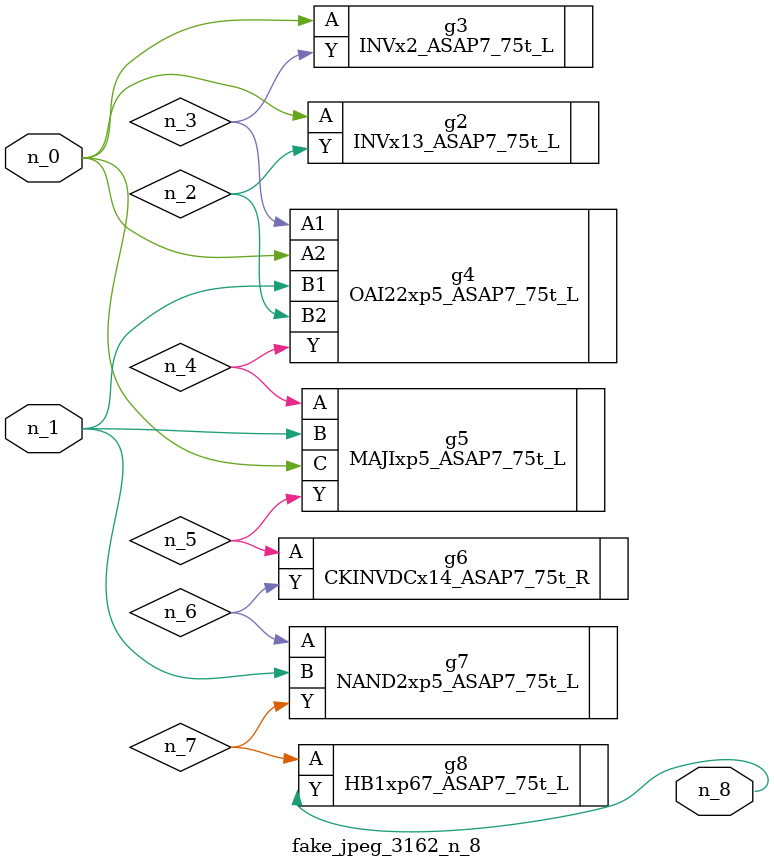
<source format=v>
module fake_jpeg_3162_n_8 (n_0, n_1, n_8);

input n_0;
input n_1;

output n_8;

wire n_2;
wire n_3;
wire n_4;
wire n_6;
wire n_5;
wire n_7;

INVx13_ASAP7_75t_L g2 ( 
.A(n_0),
.Y(n_2)
);

INVx2_ASAP7_75t_L g3 ( 
.A(n_0),
.Y(n_3)
);

OAI22xp5_ASAP7_75t_L g4 ( 
.A1(n_3),
.A2(n_0),
.B1(n_1),
.B2(n_2),
.Y(n_4)
);

MAJIxp5_ASAP7_75t_L g5 ( 
.A(n_4),
.B(n_1),
.C(n_0),
.Y(n_5)
);

CKINVDCx14_ASAP7_75t_R g6 ( 
.A(n_5),
.Y(n_6)
);

NAND2xp5_ASAP7_75t_L g7 ( 
.A(n_6),
.B(n_1),
.Y(n_7)
);

HB1xp67_ASAP7_75t_L g8 ( 
.A(n_7),
.Y(n_8)
);


endmodule
</source>
